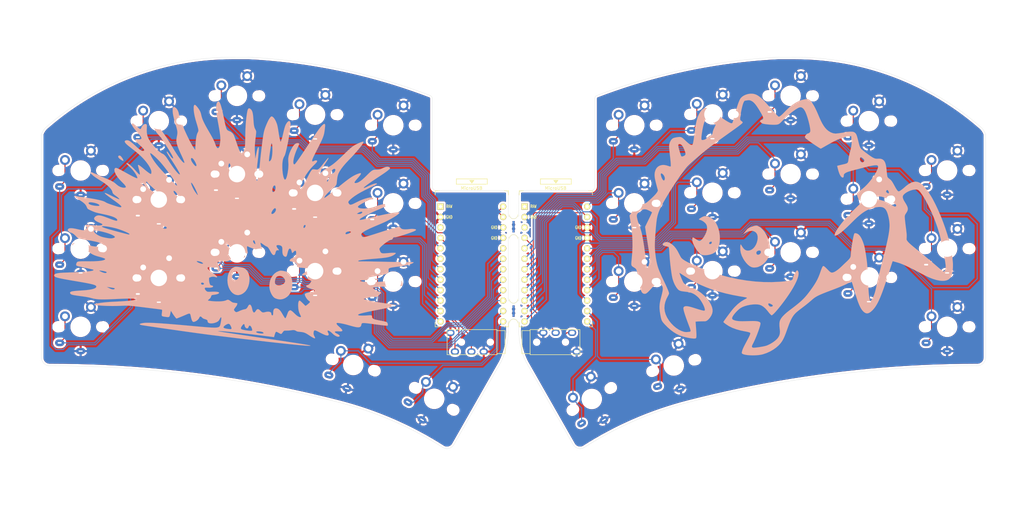
<source format=kicad_pcb>
(kicad_pcb (version 20211014) (generator pcbnew)
  (layers (0 "F.Cu" signal) (31 "B.Cu" signal) (34 "B.Paste" user) (35 "F.Paste" user) (36 "B.SilkS" user "B.Silkscreen") (37 "F.SilkS" user "F.Silkscreen") (38 "B.Mask" user) (39 "F.Mask" user) (44 "Edge.Cuts" user))
  (net 0 "")
  (net 1 "gnd")
  (net 2 "vcc")
  (net 3 "Switch18")
  (net 4 "reset")
  (net 5 "Switch1")
  (net 6 "Switch2")
  (net 7 "Switch3")
  (net 8 "Switch4")
  (net 9 "Switch5")
  (net 10 "Switch6")
  (net 11 "Switch7")
  (net 12 "Switch8")
  (net 13 "Switch9")
  (net 14 "Switch10")
  (net 15 "Switch11")
  (net 16 "Switch12")
  (net 17 "Switch13")
  (net 18 "Switch14")
  (net 19 "Switch15")
  (net 20 "Switch16")
  (net 21 "Switch17")
  (net 22 "raw")
  (net 23 "Switch18_r")
  (net 24 "reset_r")
  (net 25 "Switch9_r")
  (net 26 "Switch10_r")
  (net 27 "Switch11_r")
  (net 28 "Switch12_r")
  (net 29 "Switch13_r")
  (net 30 "Switch14_r")
  (net 31 "Switch15_r")
  (net 32 "Switch16_r")
  (net 33 "Switch17_r")
  (net 34 "Switch1_r")
  (net 35 "Switch2_r")
  (net 36 "Switch3_r")
  (net 37 "Switch4_r")
  (net 38 "Switch5_r")
  (net 39 "Switch6_r")
  (net 40 "Switch7_r")
  (net 41 "Switch8_r")
  (footprint "Kailh:keyswitch_cherrymx_alps_choc12_1u" (layer "F.Cu") (at 45 77)
    (fp_text reference "SW2" hide)
    (fp_text value "SW_Push" hide)
  )
  (footprint "Kailh:keyswitch_cherrymx_alps_choc12_1u" (layer "F.Cu") (at 64 65)
    (fp_text reference "SW3" hide)
    (fp_text value "SW_Push" hide)
  )
  (footprint "Kailh:keyswitch_cherrymx_alps_choc12_1u" (layer "F.Cu") (at 83 58.86)
    (fp_text reference "SW4" hide)
    (fp_text value "SW_Push" hide)
  )
  (footprint "Kailh:keyswitch_cherrymx_alps_choc12_1u" (layer "F.Cu") (at 101.994 63.432)
    (fp_text reference "SW5" hide)
    (fp_text value "SW_Push" hide)
  )
  (footprint "Kailh:keyswitch_cherrymx_alps_choc12_1u" (layer "F.Cu") (at 121 66)
    (fp_text reference "SW6" hide)
    (fp_text value "SW_Push" hide)
  )
  (footprint "Kailh:keyswitch_cherrymx_alps_choc12_1u" (layer "F.Cu") (at 45 96)
    (fp_text reference "SW8" hide)
    (fp_text value "SW_Push" hide)
  )
  (footprint "Kailh:keyswitch_cherrymx_alps_choc12_1u" (layer "F.Cu") (at 64 84.074)
    (fp_text reference "SW9" hide)
    (fp_text value "SW_Push" hide)
  )
  (footprint "Kailh:keyswitch_cherrymx_alps_choc12_1u" (layer "F.Cu") (at 83 77.878)
    (fp_text reference "SW10" hide)
    (fp_text value "SW_Push" hide)
  )
  (footprint "Kailh:keyswitch_cherrymx_alps_choc12_1u" (layer "F.Cu") (at 102 82.45)
    (fp_text reference "SW11" hide)
    (fp_text value "SW_Push" hide)
  )
  (footprint "Kailh:keyswitch_cherrymx_alps_choc12_1u" (layer "F.Cu") (at 120.98 84.99)
    (fp_text reference "SW12" hide)
    (fp_text value "SW_Push" hide)
  )
  (footprint "Kailh:keyswitch_cherrymx_alps_choc12_1u" (layer "F.Cu") (at 45 115)
    (fp_text reference "SW14" hide)
    (fp_text value "SW_Push" hide)
  )
  (footprint "Kailh:keyswitch_cherrymx_alps_choc12_1u" (layer "F.Cu") (at 64.008 103.124)
    (fp_text reference "SW15" hide)
    (fp_text value "SW_Push" hide)
  )
  (footprint "Kailh:keyswitch_cherrymx_alps_choc12_1u" (layer "F.Cu") (at 83 96.896)
    (fp_text reference "SW16" hide)
    (fp_text value "SW_Push" hide)
  )
  (footprint "Kailh:keyswitch_cherrymx_alps_choc12_1u" (layer "F.Cu") (at 102 101.468)
    (fp_text reference "SW17" hide)
    (fp_text value "SW_Push" hide)
  )
  (footprint "Kailh:keyswitch_cherrymx_alps_choc12_1u" (layer "F.Cu") (at 130.95 132.504 -30)
    (fp_text reference "SW20" hide)
    (fp_text value "SW_Push" hide)
  )
  (footprint "Kailh:keyswitch_cherrymx_alps_choc12_1u" (layer "F.Cu") (at 111.272 124.288 -15)
    (fp_text reference "SW21" hide)
    (fp_text value "SW_Push" hide)
  )
  (footprint "Kailh:keyswitch_cherrymx_alps_choc12_1u" (layer "F.Cu") (at 120.98 104.008)
    (fp_text reference "SW18" hide)
    (fp_text value "SW_Push" hide)
  )
  (footprint "kbd:ProMicro_v3_min" (layer "F.Cu") (at 140.094 100.246)
    (fp_text reference "U1" hide)
    (fp_text value "ProMicro-kbd" hide)
  )
  (footprint "Kailh:TRRS-PJ-DPB2" (layer "F.Cu") (at 154.26784 118.734 90)
    (fp_text reference "J1")
    (fp_text value "AudioJack4dpb" hide)
  )
  (footprint "Kailh:keyswitch_cherrymx_alps_choc12_1u" (layer "F.Cu") (at 198.58584 82.418)
    (fp_text reference "SW11_r1" hide)
    (fp_text value "SW_Push" hide)
  )
  (footprint "Kailh:keyswitch_cherrymx_alps_choc12_1u" (layer "F.Cu") (at 255.63184 115)
    (fp_text reference "SW13_r1" hide)
    (fp_text value "SW_Push" hide)
  )
  (footprint "Kailh:keyswitch_cherrymx_alps_choc12_1u" (layer "F.Cu") (at 217.58784 96.896)
    (fp_text reference "SW15_r1" hide)
    (fp_text value "SW_Push" hide)
  )
  (footprint "Kailh:keyswitch_cherrymx_alps_choc12_1u" (layer "F.Cu") (at 198.58584 101.468)
    (fp_text reference "SW16_r1" hide)
    (fp_text value "SW_Push" hide)
  )
  (footprint "Kailh:keyswitch_cherrymx_alps_choc12_1u" (layer "F.Cu") (at 198.58584 63.368)
    (fp_text reference "SW5_r1" hide)
    (fp_text value "SW_Push" hide)
  )
  (footprint "Kailh:keyswitch_cherrymx_alps_choc12_1u" (layer "F.Cu") (at 236.61384 65)
    (fp_text reference "SW3_r1" hide)
    (fp_text value "SW_Push" hide)
  )
  (footprint "Kailh:keyswitch_cherrymx_alps_choc12_1u" (layer "F.Cu") (at 217.58784 58.86)
    (fp_text reference "SW4_r1" hide)
    (fp_text value "SW_Push" hide)
  )
  (footprint "Kailh:keyswitch_cherrymx_alps_choc12_1u" (layer "F.Cu") (at 236.61384 83.974)
    (fp_text reference "SW8_r1" hide)
    (fp_text value "SW_Push" hide)
  )
  (footprint "Kailh:keyswitch_cherrymx_alps_choc12_1u" (layer "F.Cu") (at 217.58784 77.878)
    (fp_text reference "SW9_r1" hide)
    (fp_text value "SW_Push" hide)
  )
  (footprint "Kailh:keyswitch_cherrymx_alps_choc12_1u" (layer "F.Cu") (at 236.61384 102.992)
    (fp_text reference "SW18_r1" hide)
    (fp_text value "SW_Push" hide)
  )
  (footprint "Kailh:keyswitch_cherrymx_alps_choc12_1u" (layer "F.Cu") (at 179.58584 84.99)
    (fp_text reference "SW12_r1" hide)
    (fp_text value "SW_Push" hide)
  )
  (footprint "Kailh:keyswitch_cherrymx_alps_choc12_1u" (layer "F.Cu") (at 255.63184 96)
    (fp_text reference "SW7_r1" hide)
    (fp_text value "SW_Push" hide)
  )
  (footprint "Kailh:keyswitch_cherrymx_alps_choc12_1u" (layer "F.Cu") (at 255.63184 77)
    (fp_text reference "SW2_r1" hide)
    (fp_text value "SW_Push" hide)
  )
  (footprint "Kailh:keyswitch_cherrymx_alps_choc12_1u" (layer "F.Cu") (at 179.58584 66)
    (fp_text reference "SW6_r1" hide)
    (fp_text value "SW_Push" hide)
  )
  (footprint "Kailh:keyswitch_cherrymx_alps_choc12_1u" (layer "F.Cu") (at 169.251 132.542 30)
    (fp_text reference "SW20_r1" hide)
    (fp_text value "SW_Push" hide)
  )
  (footprint "Kailh:keyswitch_cherrymx_alps_choc12_1u" (layer "F.Cu") (at 179.58584 104.008)
    (fp_text reference "SW17_r1" hide)
    (fp_text value "SW_Push" hide)
  )
  (footprint "Kailh:keyswitch_cherrymx_alps_choc12_1u" (layer "F.Cu") (at 189.17984 124.41 15)
    (fp_text reference "SW21_r1" hide)
    (fp_text value "SW_Push" hide)
  )
  (footprint "kbd:ProMicro_v3_min" (layer "F.Cu") (at 160.51784 100.246)
    (fp_text reference "U2" hide)
    (fp_text value "ProMicro-kbd" hide)
  )
  (footprint "Duckyb-Parts:mouse-bite-5mm-slot-with-space-for-track" (layer "F.Cu") (at 150.241 90.678)
    (fp_text reference "mouse-bite-5mm-slot" hide)
    (fp_text value "VAL**" hide)
  )
  (footprint "Duckyb-Parts:mouse-bite-5mm-slot-with-space-for-track" (layer "F.Cu") (at 150.241 111.1885)
    (fp_text reference "mouse-bite-5mm-slot" hide)
    (fp_text value "VAL**" hide)
  )
  (footprint "Kailh:TRRS-PJ-DPB2" (layer "F.Cu") (at 146.19 118.734 -90)
    (fp_text reference "J2")
    (fp_text value "AudioJack4dpb" hide)
  )
  (footprint "silkscreens:unsafe_rust" (layer "B.Cu") (at 85.12 91.95 172)
    (fp_text reference "G***" hide)
    (fp_text value "LOGO" hide)
  )
  (footprint "silkscreens:safe_rust" (layer "B.Cu") (at 214.327152 84.867888 -171)
    (fp_text reference "G***" hide)
    (fp_text value "LOGO" hide)
  )
  (gr_arc (start 148.162 81.866) (mid 148.69233 82.08567) (end 148.912 82.616) (layer "Edge.Cuts") (width 0.05))
  (gr_line (start 148.912 93.218) (end 148.912 101.262) (layer "Edge.Cuts") (width 0.05))
  (gr_line (start 131.458 81.868917) (end 148.162 81.866) (layer "Edge.Cuts") (width 0.05))
  (gr_line (start 147.161679 123.613657) (end 135.71 143.699265) (layer "Edge.Cuts") (width 0.05))
  (gr_arc (start 148.924 116.248) (mid 148.462831 120.031316) (end 147.161679 123.613657) (layer "Edge.Cuts") (width 0.05))
  (gr_line (start 148.912 82.616) (end 148.924 88.11) (layer "Edge.Cuts") (width 0.05))
  (gr_line (start 149.2885 88.11) (end 148.924 88.11) (layer "Edge.Cuts") (width 0.05))
  (gr_line (start 149.2885 93.218) (end 148.912 93.218) (layer "Edge.Cuts") (width 0.05))
  (gr_line (start 149.2885 108.628) (end 148.924 108.628) (layer "Edge.Cuts") (width 0.05))
  (gr_line (start 149.2885 113.7285) (end 148.912 113.7285) (layer "Edge.Cuts") (width 0.05))
  (gr_line (start 148.912 101.262) (end 148.924 108.628) (layer "Edge.Cuts") (width 0.05))
  (gr_line (start 148.912 113.7285) (end 148.924 116.248) (layer "Edge.Cuts") (width 0.05))
  (gr_arc (start 131.458 81.868917) (mid 130.750893 81.576024) (end 130.458 80.868917) (layer "Edge.Cuts") (width 0.05))
  (gr_line (start 130.458 80.868917) (end 130.463 59.473) (layer "Edge.Cuts") (width 0.05))
  (gr_arc (start 35.465859 68.23732) (mid 36.022742 67.119147) (end 36.893 66.223) (layer "Edge.Cuts") (width 0.05))
  (gr_arc (start 85.843227 49.463504) (mid 108.303644 52.385453) (end 130.028245 58.79247) (layer "Edge.Cuts") (width 0.05))
  (gr_line (start 37.768 124.474571) (end 37.493002 124.473917) (layer "Edge.Cuts") (width 0.05))
  (gr_arc (start 107.797707 133.384137) (mid 120.821222 137.841207) (end 132.978 144.298) (layer "Edge.Cuts") (width 0.05))
  (gr_arc (start 37.768 124.474571) (mid 73.062993 126.727903) (end 107.798171 133.38233) (layer "Edge.Cuts") (width 0.05))
  (gr_arc (start 37.493002 124.473917) (mid 36.080534 123.924716) (end 35.458001 122.542999) (layer "Edge.Cuts") (width 0.05))
  (gr_arc (start 135.71 143.699265) (mid 134.468995 144.56898) (end 132.978 144.298) (layer "Edge.Cuts") (width 0.05))
  (gr_arc (start 130.028245 58.79247) (mid 130.345034 59.069226) (end 130.463 59.473) (layer "Edge.Cuts") (width 0.05))
  (gr_line (start 35.465859 68.23732) (end 35.458001 122.542999) (layer "Edge.Cuts") (width 0.05))
  (gr_line (start 85.843124 49.465561) (end 81.868 49.468) (layer "Edge.Cuts") (width 0.05))
  (gr_arc (start 36.894611 66.224861) (mid 57.871135 53.793316) (end 81.868 49.468) (layer "Edge.Cuts") (width 0.05))
  (gr_line (start 168.99984 81.868917) (end 152.29584 81.866) (layer "Edge.Cuts") (width 0.05))
  (gr_line (start 151.54584 113.7285) (end 151.53384 116.248) (layer "Edge.Cuts") (width 0.05))
  (gr_line (start 153.280536 123.57215) (end 164.74784 143.699265) (layer "Edge.Cuts") (width 0.05))
  (gr_line (start 264.991981 68.23732) (end 264.999839 122.542999) (layer "Edge.Cuts") (width 0.05))
  (gr_line (start 214.614716 49.465561) (end 218.58984 49.468) (layer "Edge.Cuts") (width 0.05))
  (gr_line (start 151.54584 101.262) (end 151.53384 108.628) (layer "Edge.Cuts") (width 0.05))
  (gr_arc (start 151.54584 82.616) (mid 151.76551 82.08567) (end 152.29584 81.866) (layer "Edge.Cuts") (width 0.05))
  (gr_line (start 151.54584 93.218) (end 151.54584 101.262) (layer "Edge.Cuts") (width 0.05))
  (gr_arc (start 167.47984 144.298) (mid 179.636618 137.841207) (end 192.660133 133.384137) (layer "Edge.Cuts") (width 0.05))
  (gr_arc (start 218.58984 49.468) (mid 242.586705 53.793316) (end 263.563229 66.224861) (layer "Edge.Cuts") (width 0.05))
  (gr_arc (start 192.659669 133.38233) (mid 227.394847 126.727903) (end 262.68984 124.474571) (layer "Edge.Cuts") (width 0.05))
  (gr_arc (start 167.47984 144.298) (mid 165.988845 144.56898) (end 164.74784 143.699265) (layer "Edge.Cuts") (width 0.05))
  (gr_arc (start 153.280536 123.57215) (mid 151.990927 120.009347) (end 151.53384 116.248) (layer "Edge.Cuts") (width 0.05))
  (gr_line (start 151.54584 82.616) (end 151.53384 88.11) (layer "Edge.Cuts") (width 0.05))
  (gr_arc (start 169.99984 80.868917) (mid 169.706947 81.576024) (end 168.99984 81.868917) (layer "Edge.Cuts") (width 0.05))
  (gr_line (start 169.99984 80.868917) (end 169.99484 59.473) (layer "Edge.Cuts") (width 0.05))
  (gr_arc (start 263.56484 66.223) (mid 264.435099 67.119147) (end 264.991981 68.23732) (layer "Edge.Cuts") (width 0.05))
  (gr_arc (start 170.429595 58.79247) (mid 192.154196 52.385453) (end 214.614613 49.463504) (layer "Edge.Cuts") (width 0.05))
  (gr_line (start 262.68984 124.474571) (end 262.964838 124.473917) (layer "Edge.Cuts") (width 0.05))
  (gr_arc (start 264.999839 122.542999) (mid 264.377307 123.924716) (end 262.964838 124.473917) (layer "Edge.Cuts") (width 0.05))
  (gr_arc (start 169.99484 59.473) (mid 170.112806 59.069226) (end 170.429595 58.79247) (layer "Edge.Cuts") (width 0.05))
  (gr_line (start 151.53384 88.11) (end 151.1935 88.11) (layer "Edge.Cuts") (width 0.05))
  (gr_arc (start 151.193499 108.628) (mid 150.241 109.285937) (end 149.288501 108.627999) (layer "Edge.Cuts") (width 0.05))
  (gr_line (start 151.54584 113.7285) (end 151.1935 113.7285) (layer "Edge.Cuts") (width 0.05))
  (gr_line (start 151.54584 93.218) (end 151.1935 93.218) (layer "Edge.Cuts") (width 0.05))
  (gr_arc (start 149.288501 113.7285) (mid 150.241 113.083627) (end 151.193499 113.728501) (layer "Edge.Cuts") (width 0.05))
  (gr_arc (start 149.288501 93.218) (mid 150.241 92.573127) (end 151.193499 93.218001) (layer "Edge.Cuts") (width 0.05))
  (gr_arc (start 151.193499 88.11) (mid 150.241 88.772807) (end 149.288501 88.109999) (layer "Edge.Cuts") (width 0.05))
  (gr_line (start 151.53384 108.628) (end 151.1935 108.628) (layer "Edge.Cuts") (width 0.05))
  (segment (start 154.59 95.06876) (end 152.90924 93.388) (width 0.25) (layer "F.Cu") (net 2))
  (segment (start 135.99 118.08) (end 136.92 117.15) (width 0.25) (layer "F.Cu") (net 2))
  (segment (start 155.29 119.99) (end 154.59 119.29) (width 0.25) (layer "F.Cu") (net 2))
  (segment (start 134.19 112.3) (end 134.19 95.0926) (width 0.25) (layer "F.Cu") (net 2))
  (segment (start 159.65 119.99) (end 155.29 119.99) (width 0.25) (layer "F.Cu") (net 2))
  (segment (start 164.46784 116.434) (end 163.206 116.434) (width 0.25) (layer "F.Cu") (net 2))
  (segment (start 134.19 95.0926) (end 132.4854 93.388) (width 0.25) (layer "F.Cu") (net 2))
  (segment (start 136.92 117.15) (end 136.92 115.03) (width 0.25) (layer "F.Cu") (net 2))
  (segment (start 136.92 115.03) (end 134.19 112.3) (width 0.25) (layer "F.Cu") (net 2))
  (segment (start 135.99 121.034) (end 135.99 118.08) (width 0.25) (layer "F.Cu") (net 2))
  (segment (start 163.206 116.434) (end 159.65 119.99) (width 0.25) (layer "F.Cu") (net 2))
  (segment (start 154.59 119.29) (end 154.59 95.06876) (width 0.25) (layer "F.Cu") (net 2))
  (segment (start 139.99 117.463604) (end 139.99 121.034) (width 0.25) (layer "F.Cu") (net 3))
  (segment (start 146.6637 87.2663) (end 135.0437 87.2663) (width 0.25) (layer "F.Cu") (net 3))
  (segment (start 147.7054 88.308) (end 146.6637 87.2663) (width 0.25) (layer "F.Cu") (net 3))
  (segment (start 134.64 112.113604) (end 139.99 117.463604) (width 0.25) (layer "F.Cu") (net 3))
  (segment (start 135.0437 87.2663) (end 134.64 87.67) (width 0.25) (layer "F.Cu") (net 3))
  (segment (start 134.64 87.67) (end 134.64 112.113604) (width 0.25) (layer "F.Cu") (net 3))
  (segment (start 41.2 74.45) (end 41.2 79.6) (width 0.25) (layer "F.Cu") (net 5))
  (segment (start 41.2 79.6) (end 39.9 80.9) (width 0.25) (layer "F.Cu") (net 5))
  (segment (start 38.01 93.323604) (end 39.9 91.433604) (width 0.25) (layer "B.Cu") (net 5))
  (segment (start 58.30299 108.53) (end 57.93299 108.9) (width 0.25) (layer "B.Cu") (net 5))
  (segment (start 88.813602 104.59) (end 85.469602 101.246) (width 0.25) (layer "B.Cu") (net 5))
  (segment (start 116.15 109.1) (end 115.03 109.1) (width 0.25) (layer "B.Cu") (net 5))
  (segment (start 59.72 108.53) (end 58.30299 108.53) (width 0.25) (layer "B.Cu") (net 5))
  (segment (start 57.59 109.24) (end 57.59 110.359398) (width 0.25) (layer "B.Cu") (net 5))
  (segment (start 116.40501 116.533406) (end 116.40501 109.35501) (width 0.25) (layer "B.Cu") (net 5))
  (segment (start 38.01 119.49) (end 38.01 93.323604) (width 0.25) (layer "B.Cu") (net 5))
  (segment (start 39.03 120.51) (end 38.01 119.49) (width 0.25) (layer "B.Cu") (net 5))
  (segment (start 71.342792 105.59) (end 68.732792 105.59) (width 0.25) (layer "B.Cu") (net 5))
  (segment (start 66.848792 107.474) (end 60.776 107.474) (width 0.25) (layer "B.Cu") (net 5))
  (segment (start 98.588 106.56) (end 95.86 106.56) (width 0.25) (layer "B.Cu") (net 5))
  (segment (start 115.03 109.1) (end 111.748 105.818) (width 0.25) (layer "B.Cu") (net 5))
  (segment (start 147.7054 108.628) (end 146.144792 108.628) (width 0.25) (layer "B.Cu") (net 5))
  (segment (start 119.955604 120.084) (end 116.40501 116.533406) (width 0.25) (layer "B.Cu") (net 5))
  (segment (start 41.94 119.35) (end 40.78 120.51) (width 0.25) (layer "B.Cu") (net 5))
  (segment (start 146.144792 108.628) (end 134.688792 120.084) (width 0.25) (layer "B.Cu") (net 5))
  (segment (start 116.40501 109.35501) (end 116.15 109.1) (width 0.25) (layer "B.Cu") (net 5))
  (segment (start 79.14501 101.99) (end 74.942792 101.99) (width 0.25) (layer "B.Cu") (net 5))
  (segment (start 134.688792 120.084) (end 119.955604 120.084) (width 0.25) (layer "B.Cu") (net 5))
  (segment (start 57.59 110.359398) (end 48.599398 119.35) (width 0.25) (layer "B.Cu") (net 5))
  (segment (start 48.599398 119.35) (end 41.94 119.35) (width 0.25) (layer "B.Cu") (net 5))
  (segment (start 79.88901 101.246) (end 79.14501 101.99) (width 0.25) (layer "B.Cu") (net 5))
  (segment (start 57.93299 108.9) (end 57.93 108.9) (width 0.25) (layer "B.Cu") (net 5))
  (segment (start 57.93 108.9) (end 57.59 109.24) (width 0.25) (layer "B.Cu") (net 5))
  (segment (start 93.89 104.59) (end 88.813602 104.59) (width 0.25) (layer "B.Cu") (net 5))
  (segment (start 99.33 105.818) (end 98.588 106.56) (width 0.25) (layer "B.Cu") (net 5))
  (segment (start 40.78 120.51) (end 39.03 120.51) (width 0.25) (layer "B.Cu") (net 5))
  (segment (start 95.86 106.56) (end 93.89 104.59) (width 0.25) (layer "B.Cu") (net 5))
  (segment (start 85.469602 101.246) (end 79.88901 101.246) (width 0.25) (layer "B.Cu") (net 5))
  (segment (start 68.732792 105.59) (end 66.848792 107.474) (width 0.25) (layer "B.Cu") (net 5))
  (segment (start 74.942792 101.99) (end 71.342792 105.59) (width 0.25) (layer "B.Cu") (net 5))
  (segment (start 111.748 105.818) (end 99.33 105.818) (width 0.25) (layer "B.Cu") (net 5))
  (segment (start 39.9 91.433604) (end 39.9 80.9) (width 0.25) (layer "B.Cu") (net 5))
  (segment (start 60.776 107.474) (end 59.72 108.53) (width 0.25) (layer "B.Cu") (net 5))
  (segment (start 60.2 62.45) (end 60.2 67.6) (width 0.25) (layer "F.Cu") (net 6))
  (segment (start 60.2 67.6) (end 58.9 68.9) (width 0.25) (layer "F.Cu") (net 6))
  (segment (start 66.912406 70.04601) (end 98.335218 70.04601) (width 0.25) (layer "B.Cu") (net 6))
  (segment (start 129.92 84.615188) (end 129.92 100.9826) (width 0.25) (layer "B.Cu") (net 6))
  (segment (start 100.309236 72.020028) (end 113.673192 72.020028) (width 0.25) (layer "B.Cu") (net 6))
  (segment (start 98.335218 70.04601) (end 100.309236 72.020028) (width 0.25) (layer "B.Cu") (net 6))
  (segment (start 129.92 100.9826) (end 132.4854 103.548) (width 0.25) (layer "B.Cu") (net 6))
  (segment (start 113.6732 72.02002) (end 117.171208 75.518028) (width 0.25) (layer "B.Cu") (net 6))
  (segment (start 58.9 68.9) (end 65.766396 68.9) (width 0.25) (layer "B.Cu") (net 6))
  (segment (start 65.766396 68.9) (end 66.912406 70.04601) (width 0.25) (layer "B.Cu") (net 6))
  (segment (start 113.673192 72.020028) (end 113.6732 72.02002) (width 0.25) (layer "B.Cu") (net 6))
  (segment (start 125.424799 75.518029) (end 128.428972 78.522202) (width 0.25) (layer "B.Cu") (net 6))
  (segment (start 128.428972 78.522202) (end 128.428973 83.124161) (width 0.25) (layer "B.Cu") (net 6))
  (segment (start 117.171208 75.518028) (end 125.424799 75.518029) (width 0.25) (layer "B.Cu") (net 6))
  (segment (start 128.428973 83.124161) (end 129.92 84.615188) (width 0.25) (layer "B.Cu") (net 6))
  (segment (start 79.2 56.31) (end 79.2 61.46) (width 0.25) (layer "F.Cu") (net 7))
  (segment (start 79.2 61.46) (end 77.9 62.76) (width 0.25) (layer "F.Cu") (net 7))
  (segment (start 98.521604 69.596) (end 100.495614 71.57001) (width 0.25) (layer "B.Cu") (net 7))
  (segment (start 100.495614 71.57001) (end 113.8596 71.57001) (width 0.25) (layer "B.Cu") (net 7))
  (segment (start 77.9 62.76) (end 84.736 69.596) (width 0.25) (layer "B.Cu") (net 7))
  (segment (start 125.6112 75.06802) (end 128.878982 78.335802) (width 0.25) (layer "B.Cu") (net 7))
  (segment (start 128.878982 78.335802) (end 128.878982 82.937774) (width 0.25) (layer "B.Cu") (net 7))
  (segment (start 128.878982 82.937774) (end 130.37 84.428792) (width 0.25) (layer "B.Cu") (net 7))
  (segment (start 130.37 98.8926) (end 132.4854 101.008) (width 0.25) (layer "B.Cu") (net 7))
  (segment (start 130.37 84.428792) (end 130.37 98.8926) (width 0.25) (layer "B.Cu") (net 7))
  (segment (start 113.8596 71.57001) (end 117.357609 75.068019) (width 0.25) (layer "B.Cu") (net 7))
  (segment (start 117.357609 75.068019) (end 125.6112 75.06802) (width 0.25) (layer "B.Cu") (net 7))
  (segment (start 84.736 69.596) (end 98.521604 69.596) (width 0.25) (layer "B.Cu") (net 7))
  (segment (start 98.194 60.882) (end 98.194 66.032) (width 0.25) (layer "F.Cu") (net 8))
  (segment (start 98.194 66.032) (end 96.894 67.332) (width 0.25) (layer "F.Cu") (net 8))
  (segment (start 129.328991 78.149401) (end 129.328991 82.751387) (width 0.25) (layer "B.Cu") (net 8))
  (segment (start 129.328991 82.751387) (end 130.82 84.242396) (width 0.25) (layer "B.Cu") (net 8))
  (segment (start 114.046 71.12) (end 117.54401 74.61801) (width 0.25) (layer "B.Cu") (net 8))
  (segment (start 130.82 84.242396) (end 130.82 96.8026) (width 0.25) (layer "B.Cu") (net 8))
  (segment (start 96.894 67.332) (end 100.682 71.12) (width 0.25) (layer "B.Cu") (net 8))
  (segment (start 117.54401 74.61801) (end 125.7976 74.61801) (width 0.25) (layer "B.Cu") (net 8))
  (segment (start 100.682 71.12) (end 114.046 71.12) (width 0.25) (layer "B.Cu") (net 8))
  (segment (start 130.82 96.8026) (end 132.4854 98.468) (width 0.25) (layer "B.Cu") (net 8))
  (segment (start 125.7976 74.61801) (end 129.328991 78.149401) (width 0.25) (layer "B.Cu") (net 8))
  (segment (start 117.2 68.6) (end 115.9 69.9) (width 0.25) (layer "F.Cu") (net 9))
  (segment (start 117.2 63.45) (end 117.2 68.6) (width 0.25) (layer "F.Cu") (net 9))
  (segment (start 115.9 69.9) (end 115.9 72.337604) (width 0.25) (layer "B.Cu") (net 9))
  (segment (start 119.118 74.168) (end 125.984 74.168) (width 0.25) (layer "B.Cu") (net 9))
  (segment (start 115.9 72.337604) (end 117.730406 74.16801) (width 0.25) (layer "B.Cu") (net 9))
  (segment (start 131.27 84.056) (end 131.27 94.7126) (width 0.25) (layer "B.Cu") (net 9))
  (segment (start 129.794 82.58) (end 131.27 84.056) (width 0.25) (layer "B.Cu") (net 9))
  (segment (start 117.730406 74.16801) (end 119.11799 74.16801) (width 0.25) (layer "B.Cu") (net 9))
  (segment (start 129.794 77.978) (end 129.794 82.58) (width 0.25) (layer "B.Cu") (net 9))
  (segment (start 131.27 94.7126) (end 132.4854 95.928) (width 0.25) (layer "B.Cu") (net 9))
  (segment (start 125.984 74.168) (end 129.794 77.978) (width 0.25) (layer "B.Cu") (net 9))
  (segment (start 119.11799 74.16801) (end 119.118 74.168) (width 0.25) (layer "B.Cu") (net 9))
  (segment (start 41.2 93.45) (end 41.2 98.6) (width 0.25) (layer "F.Cu") (net 10))
  (segment (start 41.2 98.6) (end 39.9 99.9) (width 0.25) (layer "F.Cu") (net 10))
  (segment (start 113.486812 72.470028) (end 116.984812 75.968028) (width 0.25) (layer "B.Cu") (net 10))
  (segment (start 129.47 103.0726) (end 132.4854 106.088) (width 0.25) (layer "B.Cu") (net 10))
  (segment (start 98.148822 70.49601) (end 100.12284 72.470028) (width 0.25) (layer "B.Cu") (net 10))
  (segment (start 125.238402 75.968028) (end 127.978972 78.708598) (width 0.25) (layer "B.Cu") (net 10))
  (segment (start 41.92 81.48) (end 50.12 81.48) (width 0.25) (layer "B.Cu") (net 10))
  (segment (start 41.2 93.45) (end 40.35 92.6) (width 0.25) (layer "B.Cu") (net 10))
  (segment (start 66.72601 70.49601) (end 98.148822 70.49601) (width 0.25) (layer "B.Cu") (net 10))
  (segment (start 40.35 83.05) (end 41.92 81.48) (width 0.25) (layer "B.Cu") (net 10))
  (segment (start 62.25 69.35) (end 65.58 69.35) (width 0.25) (layer "B.Cu") (net 10))
  (segment (start 116.984812 75.968028) (end 125.238402 75.968028) (width 0.25) (layer "B.Cu") (net 10))
  (segment (start 127.978972 78.708598) (end 127.978973 83.310557) (width 0.25) (layer "B.Cu") (net 10))
  (segment (start 50.12 81.48) (end 62.25 69.35) (width 0.25) (layer "B.Cu") (net 10))
  (segment (start 129.47 84.801584) (end 129.47 103.0726) (width 0.25) (layer "B.Cu") (net 10))
  (segment (start 40.35 92.6) (end 40.35 83.05) (width 0.25) (layer "B.Cu") (net 10))
  (segment (start 127.978973 83.310557) (end 129.47 84.801584) (width 0.25) (layer "B.Cu") (net 10))
  (segment (start 100.12284 72.470028) (end 113.486812 72.470028) (width 0.25) (layer "B.Cu") (net 10))
  (segment (start 65.58 69.35) (end 66.72601 70.49601) (width 0.25) (layer "B.Cu") (net 10))
  (segment (start 60.2 81.524) (end 60.2 86.674) (width 0.25) (layer "F.Cu") (net 11))
  (segment (start 60.2 86.674) (end 58.9 87.974) (width 0.25) (layer "F.Cu") (net 11))
  (segment (start 90.979986 81.328) (end 94.125993 84.474007) (width 0.25) (layer "B.Cu") (net 11))
  (segment (start 99.304386 85.96799) (end 101.17797 85.96799) (width 0.25) (layer "B.Cu") (net 11))
  (segment (start 79.878 81.328) (end 90.979986 81.328) (width 0.25) (layer "B.Cu") (net 11))
  (segment (start 129.02 105.1626) (end 132.4854 108.628) (width 0.25) (layer "B.Cu") (net 11))
  (segment (start 69.216 87.974) (end 76.93 80.26) (width 0.25) (layer "B.Cu") (net 11))
  (segment (start 106.5448 85.96798) (end 114.03341 93.45659) (width 0.25) (layer "B.Cu") (net 11))
  (segment (start 101.17797 85.96799) (end 101.17798 85.96798) (width 0.25) (layer "B.Cu") (net 11))
  (segment (start 97.810403 84.474007) (end 99.304386 85.96799) (width 0.25) (layer "B.Cu") (net 11))
  (segment (start 94.125993 84.474007) (end 97.810403 84.474007) (width 0.25) (layer "B.Cu") (net 11))
  (segment (start 114.03341 93.45659) (end 127.544959 93.45659) (width 0.25) (layer "B.Cu") (net 11))
  (segment (start 127.544959 93.45659) (end 129.02 94.931631) (width 0.25) (layer "B.Cu") (net 11))
  (segment (start 78.81 80.26) (end 79.878 81.328) (width 0.25) (layer "B.Cu") (net 11))
  (segment (start 129.02 94.931631) (end 129.02 105.1626) (width 0.25) (layer "B.Cu") (net 11))
  (segment (start 58.9 87.974) (end 69.216 87.974) (width 0.25) (layer "B.Cu") (net 11))
  (segment (start 101.17798 85.96798) (end 106.5448 85.96798) (width 0.25) (layer "B.Cu") (net 11))
  (segment (start 76.93 80.26) (end 78.81 80.26) (width 0.25) (layer "B.Cu") (net 11))
  (segment (start 79.2 80.478) (end 77.9 81.778) (width 0.25) (layer "F.Cu") (net 12))
  (segment (start 79.2 75.328) (end 79.2 80.478) (width 0.25) (layer "F.Cu") (net 12))
  (segment (start 77.9 81.778) (end 90.79359 81.778) (width 0.25) (layer "B.Cu") (net 12))
  (segment (start 127.358563 93.90659) (end 128.57 95.118027) (width 0.25) (layer "B.Cu") (net 12))
  (segment (start 113.847 93.90659) (end 127.358563 93.90659) (width 0.25) (layer "B.Cu") (net 12))
  (segment (start 99.11799 86.41799) (end 106.3584 86.41799) (width 0.25) (layer "B.Cu") (net 12))
  (segment (start 106.3584 86.41799) (end 113.847 93.90659) (width 0.25) (layer "B.Cu") (net 12))
  (segment (start 97.624007 84.924007) (end 99.11799 86.41799) (width 0.25) (layer "B.Cu") (net 12))
  (segment (start 128.57 95.118027) (end 128.57 107.2526) (width 0.25) (layer "B.Cu") (net 12))
  (segment (start 128.57 107.2526) (end 132.4854 111.168) (width 0.25) (layer "B.Cu") (net 12))
  (segment (start 93.939597 84.924007) (end 97.624007 84.924007) (width 0.25) (layer "B.Cu") (net 12))
  (segment (start 90.79359 81.778) (end 93.939597 84.924007) (width 0.25) (layer "B.Cu") (net 12))
  (segment (start 98.2 79.9) (end 98.2 85.05) (width 0.25) (layer "F.Cu") (net 13))
  (segment (start 98.2 85.05) (end 96.9 86.35) (width 0.25) (layer "F.Cu") (net 13))
  (segment (start 97.418 86.868) (end 106.172 86.868) (width 0.25) (layer "B.Cu") (net 13))
  (segment (start 96.9 86.35) (end 97.418 86.868) (width 0.25) (layer "B.Cu") (net 13))
  (segment (start 106.172 86.868) (end 113.66059 94.35659) (width 0.25) (layer "B.Cu") (net 13))
  (segment (start 128.12 95.304423) (end 128.12 109.3426) (width 0.25) (layer "B.Cu") (net 13))
  (segment (start 113.66059 94.35659) (end 127.172167 94.35659) (width 0.25) (layer "B.Cu") (net 13))
  (segment (start 128.12 109.3426) (end 132.4854 113.708) (width 0.25) (layer "B.Cu") (net 13))
  (segment (start 127.172167 94.35659) (end 128.12 95.304423) (width 0.25) (layer "B.Cu") (net 13))
  (segment (start 131.79 92.14) (end 133.15 92.14) (width 0.25) (layer "F.Cu") (net 14))
  (segment (start 134.19 87.483604) (end 134.857304 86.8163) (width 0.25) (layer "F.Cu") (net 14))
  (segment (start 117.18 82.44) (end 117.18 87.59) (width 0.25) (layer "F.Cu") (net 14))
  (segment (start 117.18 87.59) (end 115.88 88.89) (width 0.25) (layer "F.Cu") (net 14))
  (segment (start 128.54 88.89) (end 131.79 92.14) (width 0.25) (layer "F.Cu") (net 14))
  (segment (start 146.6571 86.8163) (end 147.7054 85.768) (width 0.25) (layer "F.Cu") (net 14))
  (segment (start 134.19 91.1) (end 134.19 87.483604) (width 0.25) (layer "F.Cu") (net 14))
  (segment (start 134.857304 86.8163) (end 146.6571 86.8163) (width 0.25) (layer "F.Cu") (net 14))
  (segment (start 115.88 88.89) (end 128.54 88.89) (width 0.25) (layer "F.Cu") (net 14))
  (segment (start 133.15 92.14) (end 134.19 91.1) (width 0.25) (layer "F.Cu") (net 14))
  (segment (start 41.2 117.6) (end 39.9 118.9) (width 0.25) (layer "F.Cu") (net 15))
  (segment (start 41.2 112.45) (end 41.2 117.6) (width 0.25) (layer "F.Cu") (net 15))
  (segment (start 79.188 99) (end 76.66 99) (width 0.25) (layer "B.Cu") (net 15))
  (segment (start 57.14 106.38) (end 57.14 110.173002) (width 0.25) (layer "B.Cu") (net 15))
  (segment (start 76.66 99) (end 70.97 104.69) (width 0.25) (layer "B.Cu") (net 15))
  (segment (start 99.70282 104.018) (end 98.924802 103.239982) (width 0.25) (layer "B.Cu") (net 15))
  (segment (start 59.82 105.54) (end 57.98 105.54) (width 0.25) (layer "B.Cu") (net 15))
  (segment (start 68.36 104.69) (end 66.47601 106.57399) (width 0.25) (layer "B.Cu") (net 15))
  (segment (start 66.47601 106.57399) (end 60.85399 106.57399) (width 0.25) (layer "B.Cu") (net 15))
  (segment (start 143.97 99.6634) (end 143.97 107.620812) (width 0.25) (layer "B.Cu") (net 15))
  (segment (start 112.493584 104.018) (end 99.70282 104.018) (width 0.25) (layer "B.Cu") (net 15))
  (segment (start 118.655038 106.882804) (end 117.205194 105.43296) (width 0.25) (layer "B.Cu") (net 15))
  (segment (start 143.97 107.620812) (end 137.530812 114.06) (width 0.25) (layer "B.Cu") (net 15))
  (segment (start 113.908544 105.43296) (end 112.493584 104.018) (width 0.25) (layer "B.Cu") (net 15))
  (segment (start 57.98 105.54) (end 57.14 106.38) (width 0.25) (layer "B.Cu") (net 15))
  (segment (start 137.530812 114.06) (end 133.977208 114.06) (width 0.25) (layer "B.Cu") (net 15))
  (segment (start 120.8876 117.83396) (end 118.655038 115.601398) (width 0.25) (layer "B.Cu") (net 15))
  (segment (start 57.14 110.173002) (end 48.413002 118.9) (width 0.25) (layer "B.Cu") (net 15))
  (segment (start 89.398392 103.239982) (end 86.054391 99.895981) (width 0.25) (layer "B.Cu") (net 15))
  (segment (start 86.054391 99.895981) (end 80.08398 99.89598) (width 0.25) (layer "B.Cu") (net 15))
  (segment (start 117.205194 105.43296) (end 113.908544 105.43296) (width 0.25) (layer "B.Cu") (net 15))
  (segment (start 60.85399 106.57399) (end 59.82 105.54) (width 0.25) (layer "B.Cu") (net 15))
  (segment (start 118.655038 115.601398) (end 118.655038 106.882804) (width 0.25) (layer "B.Cu") (net 15))
  (segment (start 70.97 104.69) (end 68.36 104.69) (width 0.25) (layer "B.Cu") (net 15))
  (segment (start 80.08398 99.89598) (end 79.188 99) (width 0.25) (layer "B.Cu") (net 15))
  (segment (start 98.924802 103.239982) (end 89.398392 103.239982) (width 0.25) (layer "B.Cu") (net 15))
  (segment (start 147.7054 95.928) (end 143.97 99.6634) (width 0.25) (layer "B.Cu") (net 15))
  (segment (start 133.977208 114.06) (end 130.203248 117.83396) (width 0.25) (layer "B.Cu") (net 15))
  (segment (start 48.413002 118.9) (end 39.9 118.9) (width 0.25) (layer "B.Cu") (net 15))
  (segment (start 130.203248 117.83396) (end 120.8876 117.83396) (width 0.25) (layer "B.Cu") (net 15))
  (segment (start 60.208 105.724) (end 58.908 107.024) (width 0.25) (layer "F.Cu") (net 16))
  (segment (start 60.208 100.574) (end 60.208 105.724) (width 0.25) (layer "F.Cu") (net 16))
  (segment (start 68.546396 105.14) (end 71.156396 105.14) (width 0.25) (layer "B.Cu") (net 16))
  (segment (start 118.205028 107.069206) (end 118.205028 115.787798) (width 0.25) (layer "B.Cu") (net 16))
  (segment (start 99.309205 104.260809) (end 99.516396 104.468) (width 0.25) (layer "B.Cu") (net 16))
  (segment (start 147.7054 98.468) (end 144.42 101.7534) (width 0.25) (layer "B.Cu") (net 16))
  (segment (start 144.42 101.7534) (end 144.42 107.807208) (width 0.25) (layer "B.Cu") (net 16))
  (segment (start 99.516396 104.468) (end 112.307188 104.468) (width 0.25) (layer "B.Cu") (net 16))
  (segment (start 117.018794 105.88297) (end 118.205028 107.069206) (width 0.25) (layer "B.Cu") (net 16))
  (segment (start 134.163604 114.51) (end 130.389624 118.28398) (width 0.25) (layer "B.Cu") (net 16))
  (segment (start 134.53 114.51) (end 134.163604 114.51) (width 0.25) (layer "B.Cu") (net 16))
  (segment (start 79.897594 100.34599) (end 85.86799 100.34599) (width 0.25) (layer "B.Cu") (net 16))
  (segment (start 120.7012 118.28397) (end 130.154602 118.28397) (width 0.25) (layer "B.Cu") (net 16))
  (segment (start 89.21199 103.68999) (end 98.738401 103.689991) (width 0.25) (layer "B.Cu") (net 16))
  (segment (start 144.42 107.807208) (end 137.717208 114.51) (width 0.25) (layer "B.Cu") (net 16))
  (segment (start 98.738401 103.689991) (end 99.309205 104.260795) (width 0.25) (layer "B.Cu") (net 16))
  (segment (start 58.908 107.024) (end 66.662396 107.024) (width 0.25) (layer "B.Cu") (net 16))
  (segment (start 79.001604 99.45) (end 79.897594 100.34599) (width 0.25) (layer "B.Cu") (net 16))
  (segment (start 85.86799 100.34599) (end 89.21199 103.68999) (width 0.25) (layer "B.Cu") (net 16))
  (segment (start 76.846396 99.45) (end 79.001604 99.45) (width 0.25) (layer "B.Cu") (net 16))
  (segment (start 113.722158 105.88297) (end 117.018794 105.88297) (width 0.25) (layer "B.Cu") (net 16))
  (segment (start 99.309205 104.260795) (end 99.309205 104.260809) (width 0.25) (layer "B.Cu") (net 16))
  (segment (start 118.205028 115.787798) (end 120.7012 118.28397) (width 0.25) (layer "B.Cu") (net 16))
  (segment (start 112.307188 104.468) (end 113.722158 105.88297) (width 0.25) (layer "B.Cu") (net 16))
  (segment (start 66.662396 107.024) (end 68.546396 105.14) (width 0.25) (layer "B.Cu") (net 16))
  (segment (start 137.717208 114.51) (end 134.53 114.51) (width 0.25) (layer "B.Cu") (net 16))
  (segment (start 130.389624 118.28398) (end 130.17 118.28398) (width 0.25) (layer "B.Cu") (net 16))
  (segment (start 71.156396 105.14) (end 76.846396 99.45) (width 0.25) (layer "B.Cu") (net 16))
  (segment (start 79.2 94.346) (end 79.2 99.496) (width 0.25) (layer "F.Cu") (net 17))
  (segment (start 79.2 99.496) (end 77.9 100.796) (width 0.25) (layer "F.Cu") (net 17))
  (segment (start 137.903604 114.96) (end 144.87 107.993604) (width 0.25) (layer "B.Cu") (net 17))
  (segment (start 112.120792 104.918) (end 113.535772 106.33298) (width 0.25) (layer "B.Cu") (net 17))
  (segment (start 98.552 104.14) (end 99.33 104.918) (width 0.25) (layer "B.Cu") (net 17))
  (segment (start 120.5148 118.73398) (end 130.57602 118.73398) (width 0.25) (layer "B.Cu") (net 17))
  (segment (start 99.33 104.918) (end 112.120792 104.918) (width 0.25) (layer "B.Cu") (net 17))
  (segment (start 144.87 107.993604) (end 144.87 103.8434) (width 0.25) (layer "B.Cu") (net 17))
  (segment (start 88.999998 104.14) (end 98.552 104.14) (width 0.25) (layer "B.Cu") (net 17))
  (segment (start 113.535772 106.33298) (end 116.832394 106.33298) (width 0.25) (layer "B.Cu") (net 17))
  (segment (start 77.9 100.796) (end 85.655998 100.796) (width 0.25) (layer "B.Cu") (net 17))
  (segment (start 134.35 114.96) (end 137.903604 114.96) (width 0.25) (layer "B.Cu") (net 17))
  (segment (start 117.75502 115.9742) (end 120.5148 118.73398) (width 0.25) (layer "B.Cu") (net 17))
  (segment (start 116.832394 106.33298) (end 117.755019 107.255605) (width 0.25) (layer "B.Cu") (net 17))
  (segment (start 117.755019 107.255605) (end 117.75502 115.9742) (width 0.25) (layer "B.Cu") (net 17))
  (segment (start 130.57602 118.73398) (end 134.35 114.96) (width 0.25) (layer "B.Cu") (net 17))
  (segment (start 144.87 103.8434) (end 147.7054 101.008) (width 0.25) (layer "B.Cu") (net 17))
  (segment (start 85.655998 100.796) (end 88.999998 104.14) (width 0.25) (layer "B.Cu") (net 17))
  (segment (start 98.2 104.068) (end 96.9 105.368) (width 0.25) (layer "F.Cu") (net 18))
  (segment (start 98.2 98.918) (end 98.2 104.068) (width 0.25) (layer "F.Cu") (net 18))
  (segment (start 145.32 108.18) (end 134.31601 119.18399) (width 0.25) (layer "B.Cu") (net 18))
  (segment (start 147.7054 103.548) (end 145.32 105.9334) (width 0.25) (layer "B.Cu") (net 18))
  (segment (start 111.934396 105.368) (end 96.9 105.368) (width 0.25) (layer "B.Cu") (net 18))
  (segment (start 113.349386 106.78299) (end 111.934396 105.368) (width 0.25) (layer "B.Cu") (net 18))
  (segment (start 134.31601 119.18399) (end 120.3284 119.18399) (width 0.25) (layer "B.Cu") (net 18))
  (segment (start 117.30501 116.1606) (end 117.30501 107.442006) (width 0.25) (layer "B.Cu") (net 18))
  (segment (start 145.32 105.9334) (end 145.32 108.18) (width 0.25) (layer "B.Cu") (net 18))
  (segment (start 116.645994 106.78299) (end 113.349386 106.78299) (width 0.25) (layer "B.Cu") (net 18))
  (segment (start 120.3284 119.18399) (end 117.30501 116.1606) (width 0.25) (layer "B.Cu") (net 18))
  (segment (start 117.30501 107.442006) (end 116.645994 106.78299) (width 0.25) (layer "B.Cu") (net 18))
  (segment (start 117.18 106.608) (end 115.88 107.908) (width 0.25) (layer "F.Cu") (net 19))
  (segment (start 117.18 101.458) (end 117.18 106.608) (width 0.25) (layer "F.Cu") (net 19))
  (segment (start 134.502396 119.634) (end 120.142 119.634) (width 0.25) (layer "B.Cu") (net 19))
  (segment (start 147.7054 106.088) (end 145.773198 108.020202) (width 0.25) (layer "B.Cu") (net 19))
  (segment (start 116.85501 108.88301) (end 115.88 107.908) (width 0.25) (layer "B.Cu") (net 19))
  (segment (start 116.85501 116.34701) (end 116.85501 108.88301) (width 0.25) (layer "B.Cu") (net 19))
  (segment (start 120.142 119.634) (end 116.85501 116.34701) (width 0.25) (layer "B.Cu") (net 19))
  (segment (start 145.773198 108.020202) (end 145.773198 108.363198) (width 0.25) (layer "B.Cu") (net 19))
  (segment (start 145.773198 108.363198) (end 134.502396 119.634) (width 0.25) (layer "B.Cu") (net 19))
  (segment (start 112.481377 120.841377) (end 108.26147 120.841377) (width 0.25) (layer "B.Cu") (net 20))
  (segment (start 147.7054 111.168) (end 146.02 112.8534) (width 0.25) (layer "B.Cu") (net 20))
  (segment (start 142.42 123.87) (end 115.51 123.87) (width 0.25) (layer "B.Cu") (net 20))
  (segment (start 108.26147 123.32853) (end 105.336384 126.253616) (width 0.25) (layer "B.Cu") (net 20))
  (segment (start 115.51 123.87) (end 112.481377 120.841377) (width 0.25) (layer "B.Cu") (net 20))
  (segment (start 108.26147 120.841377) (end 108.26147 123.32853) (width 0.25) (layer "B.Cu") (net 20))
  (segment (start 146.02 120.27) (end 142.42 123.87) (width 0.25) (layer "B.Cu") (net 20))
  (segment (start 105.336384 126.253616) (end 105.336384 126.735134) (width 0.25) (layer "B.Cu") (net 20))
  (segment (start 146.02 112.8534) (end 146.02 120.27) (width 0.25) (layer "B.Cu") (net 20))
  (segment (start 128.174999 129.154739) (end 128.174999 131.049578) (width 0.25) (layer "B.Cu") (net 21))
  (segment (start 128.18 129.12) (end 128.904365 128.395635) (width 0.25) (layer "B.Cu") (net 21))
  (segment (start 146.47 114.9434) (end 146.47 120.456396) (width 0.25) (layer "B.Cu") (net 21))
  (segment (start 125.893078 133.331499) (end 124.58327 133.331499) (width 0.25) (layer "B.Cu") (net 21))
  (segment (start 133.009738 124.32) (end 128.934103 128.395635) (width 0.25) (layer "B.Cu") (net 21))
  (segment (start 142.606396 124.32) (end 133.009738 124.32) (width 0.25) (layer "B.Cu") (net 21))
  (segment (start 147.7054 113.708) (end 146.47 114.9434) (width 0.25) (layer "B.Cu") (net 21))
  (segment (start 146.47 120.456396) (end 142.606396 124.32) (width 0.25) (layer "B.Cu") (net 21))
  (segment (start 128.174999 131.049578) (end 125.893078 133.331499) (width 0.25) (layer "B.Cu") (net 21))
  (segment (start 128.904365 128.395635) (end 128.934103 128.395635) (width 0.25) (layer "B.Cu") (net 21))
  (segment (start 155.4437 87.2663) (end 167.08754 87.2663) (width 0.25) (layer "F.Cu") (net 23))
  (segment (start 160.46784 116.234) (end 155.04 110.80616) (width 0.25) (layer "F.Cu") (net 23))
  (segment (start 167.08754 87.2663) (end 168.12924 88.308) (width 0.25) (layer "F.Cu") (net 23))
  (segment (start 155.04 110.80616) (end 155.04 87.67) (width 0.25) (layer "F.Cu") (net 23))
  (segment (start 160.46784 116.434) (end 160.46784 116.234) (width 0.25) (layer "F.Cu") (net 23))
  (segment (start 155.04 87.67) (end 155.4437 87.2663) (width 0.25) (layer "F.Cu") (net 23))
  (segment (start 194.78584 79.868) (end 194.78584 85.018) (width 0.25) (layer "F.Cu") (net 25))
  (segment (start 194.78584 85.018) (end 193.48584 86.318) (width 0.25) (layer "F.Cu") (net 25))
  (segment (start 158.2 89.684772) (end 158.2 108.41724) (width 0.25) (layer "B.Cu") (net 25))
  (segment (start 189.598604 89.751396) (end 185.14 94.21) (width 0.25) (layer "B.Cu") (net 25))
  (segment (start 194.78584 79.868) (end 192.542 79.868) (width 0.25) (layer "B.Cu") (net 25))
  (segment (start 166.381802 87.504594) (end 164.667208 85.79) (width 0.25) (layer "B.Cu") (net 25))
  (segment (start 192.542 79.868) (end 192.524 79.85) (width 0.25) (layer "B.Cu") (net 25))
  (segment (start 166.381802 91.591802) (end 166.381802 87.504594) (width 0.25) (layer "B.Cu") (net 25))
  (segment (start 189.598604 80.444188) (end 189.598604 89.751396) (width 0.25) (layer "B.Cu") (net 25))
  (segment (start 169.06 92.14) (end 166.93 92.14) (width 0.25) (layer "B.Cu") (net 25))
  (segment (start 171.13 94.21) (end 169.06 92.14) (width 0.25) (layer "B.Cu") (net 25))
  (segment (start 192.524 79.85) (end 190.192792 79.85) (width 0.25) (layer "B.Cu") (net 25))
  (segment (start 185.14 94.21) (end 171.13 94.21) (width 0.25) (layer "B.Cu") (net 25))
  (segment (start 166.93 92.14) (end 166.381802 91.591802) (width 0.25) (layer "B.Cu") (net 25))
  (segment (start 190.192792 79.85) (end 189.598604 80.444188) (width 0.25) (layer "B.Cu") (net 25))
  (segment (start 162.094772 85.79) (end 158.2 89.684772) (width 0.25) (layer "B.Cu") (net 25))
  (segment (start 164.667208 85.79) (end 162.094772 85.79) (width 0.25) (layer "B.Cu") (net 25))
  (segment (start 158.2 108.41724) (end 152.90924 113.708) (width 0.25) (layer "B.Cu") (net 25))
  (segment (start 175.78584 87.59) (end 174.48584 88.89) (width 0.25) (layer "F.Cu") (net 26))
  (segment (start 175.78584 82.44) (end 175.78584 87.59) (width 0.25) (layer "F.Cu") (net 26))
  (segment (start 173.276396 82.44) (end 175.78584 82.44) (width 0.25) (layer "B.Cu") (net 26))
  (segment (start 168.12924 85.768) (end 169.00724 84.89) (width 0.25) (layer "B.Cu") (net 26))
  (segment (start 170.826396 84.89) (end 173.276396 82.44) (width 0.25) (layer "B.Cu") (net 26))
  (segment (start 169.00724 84.89) (end 170.826396 84.89) (width 0.25) (layer "B.Cu") (net 26))
  (segment (start 251.83184 117.6) (end 250.53184 118.9) (width 0.25) (layer "F.Cu") (net 27))
  (segment (start 251.83184 112.45) (end 251.83184 117.6) (width 0.25) (layer "F.Cu") (net 27))
  (segment (start 168.12924 95.928) (end 170.312 95.928) (width 0.25) (layer "B.Cu") (net 27))
  (segment (start 242.410703 96.360092) (end 251.83184 105.781229) (width 0.25) (layer "B.Cu") (net 27))
  (segment (start 188.392792 92.23) (end 205.656396 92.23) (width 0.25) (layer "B.Cu") (net 27))
  (segment (start 185.512792 95.11) (end 188.392792 92.23) (width 0.25) (layer "B.Cu") (net 27))
  (segment (start 226.904226 89.814082) (end 233.450236 96.360092) (width 0.25) (layer "B.Cu") (net 27))
  (segment (start 205.656396 92.23) (end 208.072314 89.814082) (width 0.25) (layer "B.Cu") (net 27))
  (segment (start 233.450236 96.360092) (end 242.410703 96.360092) (width 0.25) (layer "B.Cu") (net 27))
  (segment (start 170.312 95.928) (end 171.13 95.11) (width 0.25) (layer "B.Cu") (net 27))
  (segment (start 208.072314 89.814082) (end 226.904226 89.814082) (width 0.25) (layer "B.Cu") (net 27))
  (segment (start 171.13 95.11) (end 185.512792 95.11) (width 0.25) (layer "B.Cu") (net 27))
  (segment (start 251.83184 105.781229) (end 251.83184 112.45) (width 0.25) (layer "B.Cu") (net 27))
  (segment (start 232.81384 105.592) (end 231.51384 106.892) (width 0.25) (layer "F.Cu") (net 28))
  (segment (start 232.81384 100.442) (end 232.81384 105.592) (width 0.25) (layer "F.Cu") (net 28))
  (segment (start 212.455898 90.264082) (end 208.25871 90.264082) (width 0.25) (layer "B.Cu") (net 28))
  (segment (start 232.81384 100.442) (end 232.81384 96.360092) (width 0.25) (layer "B.Cu") (net 28))
  (segment (start 188.579188 92.68) (end 185.699188 95.56) (width 0.25) (layer "B.Cu") (net 28))
  (segment (start 168.408396 98.468) (end 168.12924 98.468) (width 0.25) (layer "B.Cu") (net 28))
  (segment (start 212.455908 90.264092) (end 212.455898 90.264082) (width 0.25) (layer "B.Cu") (net 28))
  (segment (start 208.25871 90.264082) (end 205.842792 92.68) (width 0.25) (layer "B.Cu") (net 28))
  (segment (start 226.71784 90.264092) (end 212.455908 90.264092) (width 0.25) (layer "B.Cu") (net 28))
  (segment (start 185.699188 95.56) (end 171.316396 95.56) (width 0.25) (layer "B.Cu") (net 28))
  (segment (start 205.842792 92.68) (end 188.579188 92.68) (width 0.25) (layer "B.Cu") (net 28))
  (segment (start 232.81384 96.360092) (end 226.71784 90.264092) (width 0.25) (layer "B.Cu") (net 28))
  (segment (start 171.316396 95.56) (end 168.408396 98.468) (width 0.25) (layer "B.Cu") (net 28))
  (segment (start 213.78784 94.346) (end 213.78784 99.496) (width 0.25) (layer "F.Cu") (net 29))
  (segment (start 213.78784 99.496) (end 212.48784 100.796) (width 0.25) (layer "F.Cu") (net 29))
  (segment (start 210.155922 90.714082) (end 213.78784 94.346) (width 0.25) (layer "B.Cu") (net 29))
  (segment (start 185.885584 96.01) (end 188.765584 93.13) (width 0.25) (layer "B.Cu") (net 29))
  (segment (start 168.12924 101.008) (end 170.09 99.04724) (width 0.25) (layer "B.Cu") (net 29))
  (segment (start 206.029188 93.13) (end 208.445106 90.714082) (width 0.25) (layer "B.Cu") (net 29))
  (segment (start 171.502792 96.01) (end 185.885584 96.01) (width 0.25) (layer "B.Cu") (net 29))
  (segment (start 208.445106 90.714082) (end 210.155922 90.714082) (width 0.25) (layer "B.Cu") (net 29))
  (segment (start 170.09 97.422792) (end 171.502792 96.01) (width 0.25) (layer "B.Cu") (net 29))
  (segment (start 170.09 99.04724) (end 170.09 97.422792) (width 0.25) (layer "B.Cu") (net 29))
  (segment (start 188.765584 93.13) (end 206.029188 93.13) (width 0.25) (layer "B.Cu") (net 29))
  (segment (start 194.78584 98.918) (end 194.78584 104.068) (width 0.25) (layer "F.Cu") (net 30))
  (segment (start 194.78584 104.068) (end 193.48584 105.368) (width 0.25) (layer "F.Cu") (net 30))
  (segment (start 170.54 97.609188) (end 171.689188 96.46) (width 0.25) (layer "B.Cu") (net 30))
  (segment (start 186.07198 96.46) (end 188.95198 93.58) (width 0.25) (layer "B.Cu") (net 30))
  (segment (start 194.78584 95.11584) (end 194.78584 98.918) (width 0.25) (layer "B.Cu") (net 30))
  (segment (start 171.689188 96.46) (end 186.07198 96.46) (width 0.25) (layer "B.Cu") (net 30))
  (segment (start 170.54 101.13724) (end 170.54 97.609188) (width 0.25) (layer "B.Cu") (net 30))
  (segment (start 193.25 93.58) (end 194.78584 95.11584) (width 0.25) (layer "B.Cu") (net 30))
  (segment (start 168.12924 103.548) (end 170.54 101.13724) (width 0.25) (layer "B.Cu") (net 30))
  (segment (start 188.95198 93.58) (end 193.25 93.58) (width 0.25) (layer "B.Cu") (net 30))
  (segment (start 175.78584 101.458) (end 175.78584 106.608) (width 0.25) (layer "F.Cu") (net 31))
  (segment (start 175.78584 106.608) (end 174.48584 107.908) (width 0.25) (layer "F.Cu") (net 31))
  (segment (start 171.875584 96.91) (end 174.62 96.91) (width 0.25) (layer "B.Cu") (net 31))
  (segment (start 175.78584 98.07584) (end 175.78584 101.458) (width 0.25) (layer "B.Cu") (net 31))
  (segment (start 170.99 97.795584) (end 171.875584 96.91) (width 0.25) (layer "B.Cu") (net 31))
  (segment (start 174.62 96.91) (end 175.78584 98.07584) (width 0.25) (layer "B.Cu") (net 31))
  (segment (start 168.12924 106.088) (end 170.99 103.22724) (width 0.25) (layer "B.Cu") (net 31))
  (segment (start 170.99 103.22724) (end 170.99 97.795584) (width 0.25) (layer "B.Cu") (net 31))
  (segment (start 184.849333 122.930402) (end 171.394242 122.930402) (width 0.25) (layer "B.Cu") (net 32))
  (segment (start 170.63 113.66876) (end 168.12924 111.168) (width 0.25) (layer "B.Cu") (net 32))
  (segment (start 185.86 123.941069) (end 184.849333 122.930402) (width 0.25) (layer "B.Cu") (net 32))
  (segment (start 170.63 122.16616) (end 170.63 113.66876) (width 0.25) (layer "B.Cu") (net 32))
  (segment (start 171.394242 122.930402) (end 170.63 122.16616) (width 0.25) (layer "B.Cu") (net 32))
  (segment (start 185.86 128.900101) (end 185.86 123.941069) (width 0.25) (layer "B.Cu") (net 32))
  (segment (start 166.78427 138.469499) (end 166.78427 134.72427) (width 0.25) (layer "B.Cu") (net 33))
  (segment (start 166.78427 134.72427) (end 164.685103 132.625103) (width 0.25) (layer "B.Cu") (net 33))
  (segment (start 170.18 122.16616) (end 164.685103 127.661057) (width 0.25) (layer "B.Cu") (net 33))
  (segment (start 164.685103 132.625103) (end 164.685103 132.233635) (width 0.25) (layer "B.Cu") (net 33))
  (segment (start 164.685103 127.661057) (end 164.685103 132.233635) (width 0.25) (layer "B.Cu") (net 33))
  (segment (start 170.18 115.75876) (end 170.18 122.16616) (width 0.25) (layer "B.Cu") (net 33))
  (segment (start 168.12924 113.708) (end 170.18 115.75876) (width 0.25) (layer "B.Cu") (net 33))
  (segment (start 251.83184 74.45) (end 251.83184 79.6) (width 0.25) (layer "F.Cu") (net 34))
  (segment (start 251.83184 79.6) (end 250.53184 80.9) (width 0.25) (layer "F.Cu") (net 34))
  (segment (start 188.206396 91.78) (end 185.326396 94.66) (width 0.25) (layer "B.Cu") (net 34))
  (segment (start 205.47 91.78) (end 188.206396 91.78) (width 0.25) (layer "B.Cu") (net 34))
  (segment (start 166.381802 106.880562) (end 168.12924 108.628) (width 0.25) (layer "B.Cu") (net 34))
  (segment (start 167.1 94.66) (end 166.381802 95.378198) (width 0.25) (layer "B.Cu") (net 34))
  (segment (start 185.326396 94.66) (end 167.1 94.66) (width 0.25) (layer "B.Cu") (net 34))
  (segment (start 262.95 103.315) (end 260.775 105.49) (width 0.25) (layer "B.Cu") (net 34))
  (segment (start 250.53184 86.21184) (end 252.145 87.825) (width 0.25) (layer "B.Cu") (net 34))
  (segment (start 250.53184 80.9) (end 250.53184 86.21184) (width 0.25) (layer "B.Cu") (net 34))
  (segment (start 227.090622 89.364082) (end 207.885918 89.364082) (width 0.25) (layer "B.Cu") (net 34))
  (segment (start 166.381802 95.378198) (end 166.381802 106.880562) (width 0.25) (layer "B.Cu") (net 34))
  (segment (start 233.636632 95.910092) (end 227.090622 89.364082) (width 0.25) (layer "B.Cu") (net 34))
  (segment (start 242.597099 95.910092) (end 233.636632 95.910092) (width 0.25) (layer "B.Cu") (net 34))
  (segment (start 207.885918 89.364082) (end 205.47 91.78) (width 0.25) (layer "B.Cu") (net 34))
  (segment (start 252.177007 105.49) (end 242.597099 95.910092) (width 0.25) (layer "B.Cu") (net 34))
  (segment (start 252.145 87.825) (end 260.775 87.825) (width 0.25) (layer "B.Cu") (net 34))
  (segment (start 260.775 87.825) (end 262.95 90) (width 0.25) (layer "B.Cu") (net 34))
  (segment (start 260.775 105.49) (end 252.177007 105.49) (width 0.25) (layer "B.Cu") (net 34))
  (segment (start 262.95 90) (end 262.95 103.315) (width 0.25) (layer "B.Cu") (net 34))
  (segment (start 232.81384 67.6) (end 231.51384 68.9) (width 0.25) (layer "F.Cu") (net 35))
  (segment (start 232.81384 62.45) (end 232.81384 67.6) (width 0.25) (layer "F.Cu") (net 35))
  (segment (start 161.349188 83.99) (end 156.4 88.939188) (width 0.25) (layer "B.Cu") (net 35))
  (segment (start 185.366445 71.634215) (end 182.05964 74.94102) (width 0.25) (layer "B.Cu") (net 35))
  (segment (start 182.05964 74.94102) (end 175.553604 74.94102) (width 0.25) (layer "B.Cu") (net 35))
  (segment (start 170.453604 83.99) (end 161.349188 83.99) (width 0.25) (layer "B.Cu") (net 35))
  (segment (start 175.553604 74.94102) (end 172.22 78.274624) (width 0.25) (layer "B.Cu") (net 35))
  (segment (start 156.4 88.939188) (end 156.4 100.05724) (width 0.25) (layer "B.Cu") (net 35))
  (segment (start 206.98425 68.9) (end 204.250035 71.634215) (width 0.25) (layer "B.Cu") (net 35))
  (segment (start 204.250035 71.634215) (end 185.366445 71.634215) (width 0.25) (layer "B.Cu") (net 35))
  (segment (start 172.22 82.223604) (end 170.453604 83.99) (width 0.25) (layer "B.Cu") (net 35))
  (segment (start 231.51384 68.9) (end 206.98425 68.9) (width 0.25) (layer "B.Cu") (net 35))
  (segment (start 156.4 100.05724) (end 152.90924 103.548) (width 0.25) (layer "B.Cu") (net 35))
  (segment (start 172.22 78.274624) (end 172.22 82.223604) (width 0.25) (layer "B.Cu") (net 35))
  (segment (start 213.78784 56.31) (end 213.78784 61.46) (width 0.25) (layer "F.Cu") (net 36))
  (segment (start 213.78784 61.46) (end 212.48784 62.76) (width 0.25) (layer "F.Cu") (net 36))
  (segment (start 161.162792 83.54) (end 155.95 88.752792) (width 0.25) (layer "B.Cu") (net 36))
  (segment (start 204.063635 71.184205) (end 185.180045 71.184205) (width 0.25) (layer "B.Cu") (net 36))
  (segment (start 171.77 78.088228) (end 171.77 82.037208) (width 0.25) (layer "B.Cu") (net 36))
  (segment (start 175.367218 74.49101) (end 171.77 78.088228) (width 0.25) (layer "B.Cu") (net 36))
  (segment (start 155.95 97.96724) (end 152.90924 101.008) (width 0.25) (layer "B.Cu") (net 36))
  (segment (start 155.95 88.752792) (end 155.95 97.96724) (width 0.25) (layer "B.Cu") (net 36))
  (segment (start 170.267208 83.54) (end 161.162792 83.54) (width 0.25) (layer "B.Cu") (net 36))
  (segment (start 171.77 82.037208) (end 170.267208 83.54) (width 0.25) (layer "B.Cu") (net 36))
  (segment (start 212.48784 62.76) (end 204.063635 71.184205) (width 0.25) (layer "B.Cu") (net 36))
  (segment (start 181.87324 74.49101) (end 175.367218 74.49101) (width 0.25) (layer "B.Cu") (net 36))
  (segment (start 185.180045 71.184205) (end 181.87324 74.49101) (width 0.25) (layer "B.Cu") (net 36))
  (segment (start 194.78584 65.968) (end 193.48584 67.268) (width 0.25) (layer "F.Cu") (net 37))
  (segment (start 194.78584 60.818) (end 194.78584 65.968) (width 0.25) (layer "F.Cu") (net 37))
  (segment (start 175.180832 74.041) (end 171.32 77.901832) (width 0.25) (layer "B.Cu") (net 37))
  (segment (start 160.976396 83.09) (end 155.5 88.566396) (width 0.25) (layer "B.Cu") (net 37))
  (segment (start 170.080812 83.09) (end 160.976396 83.09) (width 0.25) (layer "B.Cu") (net 37))
  (segment (start 171.32 81.850812) (end 170.080812 83.09) (width 0.25) (layer "B.Cu") (net 37))
  (segment (start 155.5 95.87724) (end 152.90924 98.468) (width 0.25) (layer "B.Cu") (net 37))
  (segment (start 155.5 88.566396) (end 155.5 95.87724) (width 0.25) (layer "B.Cu") (net 37))
  (segment (start 171.32 77.901832) (end 171.32 81.850812) (width 0.25) (layer "B.Cu") (net 37))
  (segment (start 181.68684 74.041) (end 175.180832 74.041) (width 0.25) (layer "B.Cu") (net 37))
  (segment (start 193.48584 67.268) (end 188.45984 67.268) (width 0.25) (layer "B.Cu") (net 37))
  (segment (start 188.45984 67.268) (end 181.68684 74.041) (width 0.25) (layer "B.Cu") (net 37))
  (segment (start 175.78584 63.45) (end 175.78584 68.6) (width 0.25) (layer "F.Cu") (net 38))
  (segment (start 175.78584 68.6) (end 174.48584 69.9) (width 0.25) (layer "F.Cu") (net 38))
  (segment (start 155.05 93.78724) (end 152.90924 95.928) (width 0.25) (layer "B.Cu") (net 38))
  (segment (start 169.894416 82.64) (end 160.79 82.64) (width 0.25) (layer "B.Cu") (net 38))
  (segment (start 174.48584 74.099596) (end 170.87 77.715436) (width 0.25) (layer "B.Cu") (net 38))
  (segment (start 160.79 82.64) (end 155.05 88.38) (width 0.25) (layer "B.Cu") (net 38))
  (segment (start 170.87 81.664416) (end 169.894416 82.64) (width 0.25) (layer "B.Cu") (net 38))
  (segment (start 170.87 77.715436) (end 170.87 81.664416) (width 0.25) (layer "B.Cu") (net 38))
  (segment (start 155.05 88.38) (end 155.05 93.78724) (width 0.25) (layer "B.Cu") (net 38))
  (segment (start 174.48584 69.9) (end 174.48584 74.099596) (width 0.25) (layer "B.Cu") (net 38))
  (segment (start 251.83184 98.6) (end 250.53184 99.9) (width 0.25) (layer "F.Cu") (net 39))
  (segment (start 251.83184 93.45) (end 251.83184 98.6) (width 0.25) (layer "F.Cu") (net 39))
  (segment (start 170.64 84.44) (end 172.67 82.41) (width 0.25) (layer "B.Cu") (net 39))
  (segment (start 236.65 76.85) (end 236.65 76.87) (width 0.25) (layer "B.Cu") (net 39))
  (segment (start 182.246036 75.39102) (end 185.552841 72.084215) (width 0.25) (layer "B.Cu") (net 39))
  (segment (start 156.85 89.125584) (end 161.535584 84.44) (width 0.25) (layer "B.Cu") (net 39))
  (segment (start 152.90924 106.088) (end 156.85 102.14724) (width 0.25) (layer "B.Cu") (net 39))
  (segment (start 229.15 69.35) (end 236.65 76.85) (width 0.25) (layer "B.Cu") (net 39))
  (segment (start 185.552841 72.084215) (end 204.436431 72.084215) (width 0.25) (layer "B.Cu") (net 39))
  (segment (start 236.65 76.87) (end 244.02 76.87) (width 0.25) (layer "B.Cu") (net 39))
  (segment (start 156.85 102.14724) (end 156.85 89.125584) (width 0.25) (layer "B.Cu") (net 39))
  (segment (start 161.535584 84.44) (end 170.64 84.44) (width 0.25) (layer "B.Cu") (net 39))
  (segment (start 250.08184 82.93184) (end 250.08184 86.398236) (width 0.25) (layer "B.Cu") (net 39))
  (segment (start 244.02 76.87) (end 250.08184 82.93184) (width 0.25) (layer "B.Cu") (net 39))
  (segment (start 251.83184 88.148236) (end 251.83184 93.45) (width 0.25) (layer "B.Cu") (net 39))
  (segment (start 172.67 82.41) (end 172.67 78.46102) (width 0.25) (layer "B.Cu") (net 39))
  (segment (start 175.74 75.39102) (end 182.246036 75.39102) (width 0.25) (layer "B.Cu") (net 39))
  (segment (start 172.67 78.46102) (end 175.74 75.39102) (width 0.25) (layer "B.Cu") (net 39))
  (segment (start 204.436431 72.084215) (end 207.170646 69.35) (width 0.25) (layer "B.Cu") (net 39))
  (segment (start 250.08184 86.398236) (end 251.83184 88.148236) (width 0.25) (layer "B.Cu") (net 39))
  (segment (start 207.170646 69.35) (end 229.15 69.35) (width 0.25) (layer "B.Cu") (net 39))
  (segment (start 232.81384 86.574) (end 231.51384 87.874) (width 0.25) (layer "F.Cu") (net 40))
  (segment (start 232.81384 81.424) (end 232.81384 86.574) (width 0.25) (layer "F.Cu") (net 40))
  (segment (start 170.54 88.58) (end 169.01 87.05) (width 0.25) (layer "B.Cu") (net 40))
  (segment (start 169.01 87.05) (end 167.2 87.05) (width 0.25) (layer "B.Cu") (net 40))
  (segment (start 157.3 104.23724) (end 152.90924 108.628) (width 0.25) (layer "B.Cu") (net 40))
  (segment (start 170.54 92.347208) (end 170.54 88.58) (width 0.25) (layer "B.Cu") (net 40))
  (segment (start 232.81384 81.424) (end 232.81384 73.650236) (width 0.25) (layer "B.Cu") (net 40))
  (segment (start 232.81384 73.650236) (end 228.963604 69.8) (width 0.25) (layer "B.Cu") (net 40))
  (segment (start 228.963604 69.8) (end 207.357042 69.8) (width 0.25) (layer "B.Cu") (net 40))
  (segment (start 165.04 84.89) (end 161.72198 84.89) (width 0.25) (layer "B.Cu") (net 40))
  (segment (start 204.622827 72.534215) (end 196.235785 72.534215) (width 0.25) (layer "B.Cu") (net 40))
  (segment (start 188.698604 80.071396) (end 188.698604 89.378604) (width 0.25) (layer "B.Cu") (net 40))
  (segment (start 171.502792 93.31) (end 170.54 92.347208) (width 0.25) (layer "B.Cu") (net 40))
  (segment (start 188.698604 89.378604) (end 184.767208 93.31) (width 0.25) (layer "B.Cu") (net 40))
  (segment (start 157.3 89.31198) (end 157.3 104.23724) (width 0.25) (layer "B.Cu") (net 40))
  (segment (start 196.235785 72.534215) (end 188.698604 80.071396) (width 0.25) (layer "B.Cu") (net 40))
  (segment (start 167.2 87.05) (end 165.04 84.89) (width 0.25) (layer "B.Cu") (net 40))
  (segment (start 207.357042 69.8) (end 204.622827 72.534215) (width 0.25) (layer "B.Cu") (net 40))
  (segment (start 184.767208 93.31) (end 171.502792 93.31) (width 0.25) (layer "B.Cu") (net 40))
  (segment (start 161.72198 84.89) (end 157.3 89.31198) (width 0.25) (layer "B.Cu") (net 40))
  (segment (start 213.78784 80.478) (end 212.48784 81.778) (width 0.25) (layer "F.Cu") (net 41))
  (segment (start 213.78784 75.328) (end 213.78784 80.478) (width 0.25) (layer "F.Cu") (net 41))
  (segment (start 170.09 90.62) (end 169.08 89.61) (width 0.25) (layer "B.Cu") (net 41))
  (segment (start 157.75 89.498376) (end 157.75 106.32724) (width 0.25) (layer "B.Cu") (net 41))
  (segment (start 166.831802 89.241802) (end 166.831802 87.318198) (width 0.25) (layer "B.Cu") (net 41))
  (segment (start 204.809223 72.984215) (end 196.422181 72.984215) (width 0.25) (layer "B.Cu") (net 41))
  (segment (start 164.853604 85.34) (end 161.908376 85.34) (width 0.25) (layer "B.Cu") (net 41))
  (segment (start 161.908376 85.34) (end 157.75 89.498376) (width 0.25) (layer "B.Cu") (net 41))
  (segment (start 189.148604 80.257792) (end 189.148604 89.565) (width 0.25) (layer "B.Cu") (net 41))
  (segment (start 209.75 70.25) (end 207.543438 70.25) (width 0.25) (layer "B.Cu") (net 41))
  (segment (start 171.316396 93.76) (end 170.09 92.533604) (width 0.25) (layer "B.Cu") (net 41))
  (segment (start 166.831802 87.318198) (end 164.853604 85.34) (width 0.25) (layer "B.Cu") (net 41))
  (segment (start 196.422181 72.984215) (end 189.148604 80.257792) (width 0.25) (layer "B.Cu") (net 41))
  (segment (start 207.543438 70.25) (end 204.809223 72.984215) (width 0.25) (layer "B.Cu") (net 41))
  (segment (start 213.78784 74.28784) (end 209.75 70.25) (width 0.25) (layer "B.Cu") (net 41))
  (segment (start 167.2 89.61) (end 166.831802 89.241802) (width 0.25) (layer "B.Cu") (net 41))
  (segment (start 169.08 89.61) (end 167.2 89.61) (width 0.25) (layer "B.Cu") (net 41))
  (segment (start 184.953604 93.76) (end 171.316396 93.76) (width 0.25) (layer "B.Cu") (net 41))
  (segment (start 157.75 106.32724) (end 152.90924 111.168) (width 0.25) (layer "B.Cu") (net 41))
  (segment (start 213.78784 75.328) (end 213.78784 74.28784) (width 0.25) (layer "B.Cu") (net 41))
  (segment (start 189.148604 89.565) (end 184.953604 93.76) (width 0.25) (layer "B.Cu") (net 41))
  (segment (start 170.09 92.533604) (end 170.09 90.62) (width 0.25) (layer "B.Cu") (net 41))
  (zone (net 1) (net_name "gnd") (layer "F.Cu") (connect_pads (clearance 0.508)) (min_thickness 0.254) (fill yes (thermal_gap 0.508) (thermal_bridge_width 0.508) (island_removal_mode 1) (island_area_min 0))
    (polygon (pts (xy 27.94 38.1) (xy 271.78 38.1) (xy 271.78 157.48) (xy 27.94 157.48)))
  )
  (zone (net 1) (net_name "gnd") (layer "B.Cu") (connect_pads (clearance 0.508)) (min_thickness 0.254) (fill yes (thermal_gap 0.508) (thermal_bridge_width 0.508) (island_removal_mode 1) (island_area_min 0))
    (polygon (pts (xy 25.4 35.56) (xy 274.32 35.56) (xy 274.32 160.02) (xy 25.4 160.02)))
  )
)
</source>
